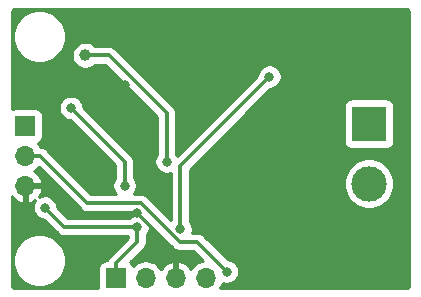
<source format=gbl>
G04 #@! TF.GenerationSoftware,KiCad,Pcbnew,(5.1.2)-1*
G04 #@! TF.CreationDate,2022-10-08T12:37:54+09:00*
G04 #@! TF.ProjectId,thamp,7468616d-702e-46b6-9963-61645f706362,v1.2*
G04 #@! TF.SameCoordinates,Original*
G04 #@! TF.FileFunction,Copper,L2,Bot*
G04 #@! TF.FilePolarity,Positive*
%FSLAX46Y46*%
G04 Gerber Fmt 4.6, Leading zero omitted, Abs format (unit mm)*
G04 Created by KiCad (PCBNEW (5.1.2)-1) date 2022-10-08 12:37:54*
%MOMM*%
%LPD*%
G04 APERTURE LIST*
%ADD10C,1.000000*%
%ADD11O,1.700000X1.700000*%
%ADD12R,1.700000X1.700000*%
%ADD13C,3.000000*%
%ADD14R,3.000000X3.000000*%
%ADD15C,0.800000*%
%ADD16C,0.300000*%
%ADD17C,0.254000*%
G04 APERTURE END LIST*
D10*
X126900000Y-104600000D03*
D11*
X137110000Y-123460000D03*
X134570000Y-123460000D03*
X132030000Y-123460000D03*
D12*
X129490000Y-123460000D03*
D13*
X150930000Y-115470000D03*
D14*
X150930000Y-110390000D03*
D11*
X121840000Y-115660000D03*
X121840000Y-113120000D03*
D12*
X121840000Y-110580000D03*
D15*
X131310300Y-117945000D03*
X147410000Y-117930000D03*
X147210000Y-112940000D03*
X140030000Y-120920000D03*
X122560000Y-107000000D03*
X139410000Y-105410000D03*
X130250000Y-107120000D03*
X148758000Y-104182000D03*
X152400000Y-122660000D03*
X131583175Y-113726256D03*
X125400000Y-111700000D03*
X131314500Y-119135200D03*
X123500000Y-117500000D03*
X138897100Y-122918000D03*
X134950600Y-119320100D03*
X142500000Y-106400000D03*
X130241100Y-115634400D03*
X125695000Y-109058900D03*
X133800000Y-113600000D03*
D16*
X134570000Y-123460000D02*
X134570000Y-122209700D01*
X131310300Y-117945000D02*
X134510000Y-121144700D01*
X134510000Y-121144700D02*
X134510000Y-122149700D01*
X134510000Y-122149700D02*
X134570000Y-122209700D01*
X123090300Y-115660000D02*
X125375300Y-117945000D01*
X125375300Y-117945000D02*
X131310300Y-117945000D01*
X121840000Y-115660000D02*
X123090300Y-115660000D01*
X147410000Y-117930000D02*
X147410000Y-113140000D01*
X147410000Y-113140000D02*
X147210000Y-112940000D01*
X130250000Y-107120000D02*
X130250000Y-112393081D01*
X130250000Y-112393081D02*
X131583175Y-113726256D01*
X129490000Y-122209700D02*
X131314500Y-120385200D01*
X131314500Y-120385200D02*
X131314500Y-119135200D01*
X129490000Y-123460000D02*
X129490000Y-122209700D01*
X125135200Y-119135200D02*
X131314500Y-119135200D01*
X123500000Y-117500000D02*
X125135200Y-119135200D01*
X123090300Y-113120000D02*
X127089200Y-117118900D01*
X127089200Y-117118900D02*
X131617700Y-117118900D01*
X131617700Y-117118900D02*
X134891500Y-120392700D01*
X134891500Y-120392700D02*
X136371800Y-120392700D01*
X136371800Y-120392700D02*
X138897100Y-122918000D01*
X121840000Y-113120000D02*
X123090300Y-113120000D01*
X142100001Y-106799999D02*
X142500000Y-106400000D01*
X134950600Y-113949400D02*
X142100001Y-106799999D01*
X134950600Y-119320100D02*
X134950600Y-113949400D01*
X125695000Y-109058900D02*
X130241100Y-113605000D01*
X130241100Y-113605000D02*
X130241100Y-115634400D01*
X127700000Y-104600000D02*
X126900000Y-104600000D01*
X128914002Y-104600000D02*
X127700000Y-104600000D01*
X133800000Y-109485998D02*
X128914002Y-104600000D01*
X133800000Y-113600000D02*
X133800000Y-109485998D01*
D17*
G36*
X126506853Y-117646710D02*
G01*
X126531436Y-117676664D01*
X126650967Y-117774762D01*
X126787340Y-117847654D01*
X126935313Y-117892542D01*
X127010226Y-117899920D01*
X127050639Y-117903900D01*
X127050644Y-117903900D01*
X127089200Y-117907697D01*
X127127756Y-117903900D01*
X131292543Y-117903900D01*
X131506821Y-118118178D01*
X131416439Y-118100200D01*
X131212561Y-118100200D01*
X131012602Y-118139974D01*
X130824244Y-118217995D01*
X130654726Y-118331263D01*
X130635789Y-118350200D01*
X125460358Y-118350200D01*
X124535000Y-117424843D01*
X124535000Y-117398061D01*
X124495226Y-117198102D01*
X124417205Y-117009744D01*
X124303937Y-116840226D01*
X124159774Y-116696063D01*
X123990256Y-116582795D01*
X123801898Y-116504774D01*
X123601939Y-116465000D01*
X123398061Y-116465000D01*
X123198102Y-116504774D01*
X123009744Y-116582795D01*
X122981099Y-116601935D01*
X123111641Y-116426920D01*
X123236825Y-116164099D01*
X123281476Y-116016890D01*
X123160155Y-115787000D01*
X121967000Y-115787000D01*
X121967000Y-116980814D01*
X122196891Y-117101481D01*
X122471252Y-117004157D01*
X122662745Y-116890090D01*
X122582795Y-117009744D01*
X122504774Y-117198102D01*
X122465000Y-117398061D01*
X122465000Y-117601939D01*
X122504774Y-117801898D01*
X122582795Y-117990256D01*
X122696063Y-118159774D01*
X122840226Y-118303937D01*
X123009744Y-118417205D01*
X123198102Y-118495226D01*
X123398061Y-118535000D01*
X123424843Y-118535000D01*
X124552858Y-119663016D01*
X124577436Y-119692964D01*
X124607384Y-119717542D01*
X124607387Y-119717545D01*
X124621758Y-119729339D01*
X124696967Y-119791062D01*
X124833340Y-119863954D01*
X124981313Y-119908841D01*
X125096639Y-119920200D01*
X125096646Y-119920200D01*
X125135199Y-119923997D01*
X125173752Y-119920200D01*
X130529500Y-119920200D01*
X130529500Y-120060043D01*
X128962185Y-121627358D01*
X128932237Y-121651936D01*
X128907659Y-121681884D01*
X128907655Y-121681888D01*
X128874690Y-121722056D01*
X128834139Y-121771467D01*
X128795177Y-121844360D01*
X128761246Y-121907841D01*
X128741805Y-121971928D01*
X128640000Y-121971928D01*
X128515518Y-121984188D01*
X128395820Y-122020498D01*
X128285506Y-122079463D01*
X128188815Y-122158815D01*
X128109463Y-122255506D01*
X128050498Y-122365820D01*
X128014188Y-122485518D01*
X128001928Y-122610000D01*
X128001928Y-124310000D01*
X128004883Y-124340000D01*
X121032279Y-124340000D01*
X120934576Y-124330420D01*
X120871643Y-124311420D01*
X120813594Y-124280554D01*
X120762657Y-124239011D01*
X120720752Y-124188356D01*
X120689485Y-124130529D01*
X120670044Y-124067728D01*
X120660000Y-123972165D01*
X120660000Y-121779872D01*
X120765000Y-121779872D01*
X120765000Y-122220128D01*
X120850890Y-122651925D01*
X121019369Y-123058669D01*
X121263962Y-123424729D01*
X121575271Y-123736038D01*
X121941331Y-123980631D01*
X122348075Y-124149110D01*
X122779872Y-124235000D01*
X123220128Y-124235000D01*
X123651925Y-124149110D01*
X124058669Y-123980631D01*
X124424729Y-123736038D01*
X124736038Y-123424729D01*
X124980631Y-123058669D01*
X125149110Y-122651925D01*
X125235000Y-122220128D01*
X125235000Y-121779872D01*
X125149110Y-121348075D01*
X124980631Y-120941331D01*
X124736038Y-120575271D01*
X124424729Y-120263962D01*
X124058669Y-120019369D01*
X123651925Y-119850890D01*
X123220128Y-119765000D01*
X122779872Y-119765000D01*
X122348075Y-119850890D01*
X121941331Y-120019369D01*
X121575271Y-120263962D01*
X121263962Y-120575271D01*
X121019369Y-120941331D01*
X120850890Y-121348075D01*
X120765000Y-121779872D01*
X120660000Y-121779872D01*
X120660000Y-116549781D01*
X120742412Y-116660269D01*
X120958645Y-116855178D01*
X121208748Y-117004157D01*
X121483109Y-117101481D01*
X121713000Y-116980814D01*
X121713000Y-115787000D01*
X121693000Y-115787000D01*
X121693000Y-115533000D01*
X121713000Y-115533000D01*
X121713000Y-115513000D01*
X121967000Y-115513000D01*
X121967000Y-115533000D01*
X123160155Y-115533000D01*
X123281476Y-115303110D01*
X123236825Y-115155901D01*
X123111641Y-114893080D01*
X122937588Y-114659731D01*
X122721355Y-114464822D01*
X122604477Y-114395201D01*
X122669014Y-114360706D01*
X122895134Y-114175134D01*
X122958304Y-114098161D01*
X126506853Y-117646710D01*
X126506853Y-117646710D01*
G37*
X126506853Y-117646710D02*
X126531436Y-117676664D01*
X126650967Y-117774762D01*
X126787340Y-117847654D01*
X126935313Y-117892542D01*
X127010226Y-117899920D01*
X127050639Y-117903900D01*
X127050644Y-117903900D01*
X127089200Y-117907697D01*
X127127756Y-117903900D01*
X131292543Y-117903900D01*
X131506821Y-118118178D01*
X131416439Y-118100200D01*
X131212561Y-118100200D01*
X131012602Y-118139974D01*
X130824244Y-118217995D01*
X130654726Y-118331263D01*
X130635789Y-118350200D01*
X125460358Y-118350200D01*
X124535000Y-117424843D01*
X124535000Y-117398061D01*
X124495226Y-117198102D01*
X124417205Y-117009744D01*
X124303937Y-116840226D01*
X124159774Y-116696063D01*
X123990256Y-116582795D01*
X123801898Y-116504774D01*
X123601939Y-116465000D01*
X123398061Y-116465000D01*
X123198102Y-116504774D01*
X123009744Y-116582795D01*
X122981099Y-116601935D01*
X123111641Y-116426920D01*
X123236825Y-116164099D01*
X123281476Y-116016890D01*
X123160155Y-115787000D01*
X121967000Y-115787000D01*
X121967000Y-116980814D01*
X122196891Y-117101481D01*
X122471252Y-117004157D01*
X122662745Y-116890090D01*
X122582795Y-117009744D01*
X122504774Y-117198102D01*
X122465000Y-117398061D01*
X122465000Y-117601939D01*
X122504774Y-117801898D01*
X122582795Y-117990256D01*
X122696063Y-118159774D01*
X122840226Y-118303937D01*
X123009744Y-118417205D01*
X123198102Y-118495226D01*
X123398061Y-118535000D01*
X123424843Y-118535000D01*
X124552858Y-119663016D01*
X124577436Y-119692964D01*
X124607384Y-119717542D01*
X124607387Y-119717545D01*
X124621758Y-119729339D01*
X124696967Y-119791062D01*
X124833340Y-119863954D01*
X124981313Y-119908841D01*
X125096639Y-119920200D01*
X125096646Y-119920200D01*
X125135199Y-119923997D01*
X125173752Y-119920200D01*
X130529500Y-119920200D01*
X130529500Y-120060043D01*
X128962185Y-121627358D01*
X128932237Y-121651936D01*
X128907659Y-121681884D01*
X128907655Y-121681888D01*
X128874690Y-121722056D01*
X128834139Y-121771467D01*
X128795177Y-121844360D01*
X128761246Y-121907841D01*
X128741805Y-121971928D01*
X128640000Y-121971928D01*
X128515518Y-121984188D01*
X128395820Y-122020498D01*
X128285506Y-122079463D01*
X128188815Y-122158815D01*
X128109463Y-122255506D01*
X128050498Y-122365820D01*
X128014188Y-122485518D01*
X128001928Y-122610000D01*
X128001928Y-124310000D01*
X128004883Y-124340000D01*
X121032279Y-124340000D01*
X120934576Y-124330420D01*
X120871643Y-124311420D01*
X120813594Y-124280554D01*
X120762657Y-124239011D01*
X120720752Y-124188356D01*
X120689485Y-124130529D01*
X120670044Y-124067728D01*
X120660000Y-123972165D01*
X120660000Y-121779872D01*
X120765000Y-121779872D01*
X120765000Y-122220128D01*
X120850890Y-122651925D01*
X121019369Y-123058669D01*
X121263962Y-123424729D01*
X121575271Y-123736038D01*
X121941331Y-123980631D01*
X122348075Y-124149110D01*
X122779872Y-124235000D01*
X123220128Y-124235000D01*
X123651925Y-124149110D01*
X124058669Y-123980631D01*
X124424729Y-123736038D01*
X124736038Y-123424729D01*
X124980631Y-123058669D01*
X125149110Y-122651925D01*
X125235000Y-122220128D01*
X125235000Y-121779872D01*
X125149110Y-121348075D01*
X124980631Y-120941331D01*
X124736038Y-120575271D01*
X124424729Y-120263962D01*
X124058669Y-120019369D01*
X123651925Y-119850890D01*
X123220128Y-119765000D01*
X122779872Y-119765000D01*
X122348075Y-119850890D01*
X121941331Y-120019369D01*
X121575271Y-120263962D01*
X121263962Y-120575271D01*
X121019369Y-120941331D01*
X120850890Y-121348075D01*
X120765000Y-121779872D01*
X120660000Y-121779872D01*
X120660000Y-116549781D01*
X120742412Y-116660269D01*
X120958645Y-116855178D01*
X121208748Y-117004157D01*
X121483109Y-117101481D01*
X121713000Y-116980814D01*
X121713000Y-115787000D01*
X121693000Y-115787000D01*
X121693000Y-115533000D01*
X121713000Y-115533000D01*
X121713000Y-115513000D01*
X121967000Y-115513000D01*
X121967000Y-115533000D01*
X123160155Y-115533000D01*
X123281476Y-115303110D01*
X123236825Y-115155901D01*
X123111641Y-114893080D01*
X122937588Y-114659731D01*
X122721355Y-114464822D01*
X122604477Y-114395201D01*
X122669014Y-114360706D01*
X122895134Y-114175134D01*
X122958304Y-114098161D01*
X126506853Y-117646710D01*
G36*
X154065424Y-100669580D02*
G01*
X154128356Y-100688580D01*
X154186405Y-100719445D01*
X154237343Y-100760989D01*
X154279248Y-100811644D01*
X154310515Y-100869471D01*
X154329956Y-100932272D01*
X154340000Y-101027835D01*
X154340001Y-123967711D01*
X154330420Y-124065424D01*
X154311420Y-124128357D01*
X154280554Y-124186406D01*
X154239011Y-124237343D01*
X154188356Y-124279248D01*
X154130529Y-124310515D01*
X154067728Y-124329956D01*
X153972165Y-124340000D01*
X138308863Y-124340000D01*
X138350706Y-124289014D01*
X138488599Y-124031034D01*
X138532246Y-123887149D01*
X138595202Y-123913226D01*
X138795161Y-123953000D01*
X138999039Y-123953000D01*
X139198998Y-123913226D01*
X139387356Y-123835205D01*
X139556874Y-123721937D01*
X139701037Y-123577774D01*
X139814305Y-123408256D01*
X139892326Y-123219898D01*
X139932100Y-123019939D01*
X139932100Y-122816061D01*
X139892326Y-122616102D01*
X139814305Y-122427744D01*
X139701037Y-122258226D01*
X139556874Y-122114063D01*
X139387356Y-122000795D01*
X139198998Y-121922774D01*
X138999039Y-121883000D01*
X138972257Y-121883000D01*
X136954147Y-119864890D01*
X136929564Y-119834936D01*
X136810033Y-119736838D01*
X136673660Y-119663946D01*
X136525687Y-119619059D01*
X136410361Y-119607700D01*
X136410353Y-119607700D01*
X136371800Y-119603903D01*
X136333247Y-119607700D01*
X135948670Y-119607700D01*
X135985600Y-119422039D01*
X135985600Y-119218161D01*
X135945826Y-119018202D01*
X135867805Y-118829844D01*
X135754537Y-118660326D01*
X135735600Y-118641389D01*
X135735600Y-115259721D01*
X148795000Y-115259721D01*
X148795000Y-115680279D01*
X148877047Y-116092756D01*
X149037988Y-116481302D01*
X149271637Y-116830983D01*
X149569017Y-117128363D01*
X149918698Y-117362012D01*
X150307244Y-117522953D01*
X150719721Y-117605000D01*
X151140279Y-117605000D01*
X151552756Y-117522953D01*
X151941302Y-117362012D01*
X152290983Y-117128363D01*
X152588363Y-116830983D01*
X152822012Y-116481302D01*
X152982953Y-116092756D01*
X153065000Y-115680279D01*
X153065000Y-115259721D01*
X152982953Y-114847244D01*
X152822012Y-114458698D01*
X152588363Y-114109017D01*
X152290983Y-113811637D01*
X151941302Y-113577988D01*
X151552756Y-113417047D01*
X151140279Y-113335000D01*
X150719721Y-113335000D01*
X150307244Y-113417047D01*
X149918698Y-113577988D01*
X149569017Y-113811637D01*
X149271637Y-114109017D01*
X149037988Y-114458698D01*
X148877047Y-114847244D01*
X148795000Y-115259721D01*
X135735600Y-115259721D01*
X135735600Y-114274557D01*
X141120157Y-108890000D01*
X148791928Y-108890000D01*
X148791928Y-111890000D01*
X148804188Y-112014482D01*
X148840498Y-112134180D01*
X148899463Y-112244494D01*
X148978815Y-112341185D01*
X149075506Y-112420537D01*
X149185820Y-112479502D01*
X149305518Y-112515812D01*
X149430000Y-112528072D01*
X152430000Y-112528072D01*
X152554482Y-112515812D01*
X152674180Y-112479502D01*
X152784494Y-112420537D01*
X152881185Y-112341185D01*
X152960537Y-112244494D01*
X153019502Y-112134180D01*
X153055812Y-112014482D01*
X153068072Y-111890000D01*
X153068072Y-108890000D01*
X153055812Y-108765518D01*
X153019502Y-108645820D01*
X152960537Y-108535506D01*
X152881185Y-108438815D01*
X152784494Y-108359463D01*
X152674180Y-108300498D01*
X152554482Y-108264188D01*
X152430000Y-108251928D01*
X149430000Y-108251928D01*
X149305518Y-108264188D01*
X149185820Y-108300498D01*
X149075506Y-108359463D01*
X148978815Y-108438815D01*
X148899463Y-108535506D01*
X148840498Y-108645820D01*
X148804188Y-108765518D01*
X148791928Y-108890000D01*
X141120157Y-108890000D01*
X142575157Y-107435000D01*
X142601939Y-107435000D01*
X142801898Y-107395226D01*
X142990256Y-107317205D01*
X143159774Y-107203937D01*
X143303937Y-107059774D01*
X143417205Y-106890256D01*
X143495226Y-106701898D01*
X143535000Y-106501939D01*
X143535000Y-106298061D01*
X143495226Y-106098102D01*
X143417205Y-105909744D01*
X143303937Y-105740226D01*
X143159774Y-105596063D01*
X142990256Y-105482795D01*
X142801898Y-105404774D01*
X142601939Y-105365000D01*
X142398061Y-105365000D01*
X142198102Y-105404774D01*
X142009744Y-105482795D01*
X141840226Y-105596063D01*
X141696063Y-105740226D01*
X141582795Y-105909744D01*
X141504774Y-106098102D01*
X141465000Y-106298061D01*
X141465000Y-106324843D01*
X134702342Y-113087501D01*
X134603937Y-112940226D01*
X134585000Y-112921289D01*
X134585000Y-109524554D01*
X134588797Y-109485998D01*
X134585000Y-109447442D01*
X134585000Y-109447437D01*
X134581020Y-109407024D01*
X134573642Y-109332111D01*
X134528754Y-109184138D01*
X134455862Y-109047765D01*
X134357764Y-108928234D01*
X134327810Y-108903651D01*
X129496349Y-104072190D01*
X129471766Y-104042236D01*
X129352235Y-103944138D01*
X129215862Y-103871246D01*
X129067889Y-103826359D01*
X128952563Y-103815000D01*
X128952555Y-103815000D01*
X128914002Y-103811203D01*
X128875449Y-103815000D01*
X127720132Y-103815000D01*
X127623520Y-103718388D01*
X127437624Y-103594176D01*
X127231067Y-103508617D01*
X127011788Y-103465000D01*
X126788212Y-103465000D01*
X126568933Y-103508617D01*
X126362376Y-103594176D01*
X126176480Y-103718388D01*
X126018388Y-103876480D01*
X125894176Y-104062376D01*
X125808617Y-104268933D01*
X125765000Y-104488212D01*
X125765000Y-104711788D01*
X125808617Y-104931067D01*
X125894176Y-105137624D01*
X126018388Y-105323520D01*
X126176480Y-105481612D01*
X126362376Y-105605824D01*
X126568933Y-105691383D01*
X126788212Y-105735000D01*
X127011788Y-105735000D01*
X127231067Y-105691383D01*
X127437624Y-105605824D01*
X127623520Y-105481612D01*
X127720132Y-105385000D01*
X128588845Y-105385000D01*
X133015001Y-109811156D01*
X133015000Y-112921289D01*
X132996063Y-112940226D01*
X132882795Y-113109744D01*
X132804774Y-113298102D01*
X132765000Y-113498061D01*
X132765000Y-113701939D01*
X132804774Y-113901898D01*
X132882795Y-114090256D01*
X132996063Y-114259774D01*
X133140226Y-114403937D01*
X133309744Y-114517205D01*
X133498102Y-114595226D01*
X133698061Y-114635000D01*
X133901939Y-114635000D01*
X134101898Y-114595226D01*
X134165601Y-114568839D01*
X134165600Y-118556643D01*
X132200045Y-116591088D01*
X132175464Y-116561136D01*
X132055933Y-116463038D01*
X131919560Y-116390146D01*
X131771587Y-116345259D01*
X131656261Y-116333900D01*
X131656253Y-116333900D01*
X131617700Y-116330103D01*
X131579147Y-116333900D01*
X131005311Y-116333900D01*
X131045037Y-116294174D01*
X131158305Y-116124656D01*
X131236326Y-115936298D01*
X131276100Y-115736339D01*
X131276100Y-115532461D01*
X131236326Y-115332502D01*
X131158305Y-115144144D01*
X131045037Y-114974626D01*
X131026100Y-114955689D01*
X131026100Y-113643552D01*
X131029897Y-113604999D01*
X131026100Y-113566446D01*
X131026100Y-113566439D01*
X131014741Y-113451113D01*
X130969854Y-113303140D01*
X130896962Y-113166767D01*
X130798864Y-113047236D01*
X130768917Y-113022659D01*
X126730000Y-108983743D01*
X126730000Y-108956961D01*
X126690226Y-108757002D01*
X126612205Y-108568644D01*
X126498937Y-108399126D01*
X126354774Y-108254963D01*
X126185256Y-108141695D01*
X125996898Y-108063674D01*
X125796939Y-108023900D01*
X125593061Y-108023900D01*
X125393102Y-108063674D01*
X125204744Y-108141695D01*
X125035226Y-108254963D01*
X124891063Y-108399126D01*
X124777795Y-108568644D01*
X124699774Y-108757002D01*
X124660000Y-108956961D01*
X124660000Y-109160839D01*
X124699774Y-109360798D01*
X124777795Y-109549156D01*
X124891063Y-109718674D01*
X125035226Y-109862837D01*
X125204744Y-109976105D01*
X125393102Y-110054126D01*
X125593061Y-110093900D01*
X125619843Y-110093900D01*
X129456100Y-113930158D01*
X129456101Y-114955688D01*
X129437163Y-114974626D01*
X129323895Y-115144144D01*
X129245874Y-115332502D01*
X129206100Y-115532461D01*
X129206100Y-115736339D01*
X129245874Y-115936298D01*
X129323895Y-116124656D01*
X129437163Y-116294174D01*
X129476889Y-116333900D01*
X127414357Y-116333900D01*
X123672647Y-112592190D01*
X123648064Y-112562236D01*
X123528533Y-112464138D01*
X123392160Y-112391246D01*
X123244187Y-112346359D01*
X123128861Y-112335000D01*
X123128853Y-112335000D01*
X123102864Y-112332440D01*
X123080706Y-112290986D01*
X122895134Y-112064866D01*
X122865313Y-112040393D01*
X122934180Y-112019502D01*
X123044494Y-111960537D01*
X123141185Y-111881185D01*
X123220537Y-111784494D01*
X123279502Y-111674180D01*
X123315812Y-111554482D01*
X123328072Y-111430000D01*
X123328072Y-109730000D01*
X123315812Y-109605518D01*
X123279502Y-109485820D01*
X123220537Y-109375506D01*
X123141185Y-109278815D01*
X123044494Y-109199463D01*
X122934180Y-109140498D01*
X122814482Y-109104188D01*
X122690000Y-109091928D01*
X120990000Y-109091928D01*
X120865518Y-109104188D01*
X120745820Y-109140498D01*
X120660000Y-109186370D01*
X120660000Y-102779872D01*
X120765000Y-102779872D01*
X120765000Y-103220128D01*
X120850890Y-103651925D01*
X121019369Y-104058669D01*
X121263962Y-104424729D01*
X121575271Y-104736038D01*
X121941331Y-104980631D01*
X122348075Y-105149110D01*
X122779872Y-105235000D01*
X123220128Y-105235000D01*
X123651925Y-105149110D01*
X124058669Y-104980631D01*
X124424729Y-104736038D01*
X124736038Y-104424729D01*
X124980631Y-104058669D01*
X125149110Y-103651925D01*
X125235000Y-103220128D01*
X125235000Y-102779872D01*
X125149110Y-102348075D01*
X124980631Y-101941331D01*
X124736038Y-101575271D01*
X124424729Y-101263962D01*
X124058669Y-101019369D01*
X123651925Y-100850890D01*
X123220128Y-100765000D01*
X122779872Y-100765000D01*
X122348075Y-100850890D01*
X121941331Y-101019369D01*
X121575271Y-101263962D01*
X121263962Y-101575271D01*
X121019369Y-101941331D01*
X120850890Y-102348075D01*
X120765000Y-102779872D01*
X120660000Y-102779872D01*
X120660000Y-101032279D01*
X120669580Y-100934576D01*
X120688580Y-100871644D01*
X120719445Y-100813595D01*
X120760989Y-100762657D01*
X120811644Y-100720752D01*
X120869471Y-100689485D01*
X120932272Y-100670044D01*
X121027835Y-100660000D01*
X153967721Y-100660000D01*
X154065424Y-100669580D01*
X154065424Y-100669580D01*
G37*
X154065424Y-100669580D02*
X154128356Y-100688580D01*
X154186405Y-100719445D01*
X154237343Y-100760989D01*
X154279248Y-100811644D01*
X154310515Y-100869471D01*
X154329956Y-100932272D01*
X154340000Y-101027835D01*
X154340001Y-123967711D01*
X154330420Y-124065424D01*
X154311420Y-124128357D01*
X154280554Y-124186406D01*
X154239011Y-124237343D01*
X154188356Y-124279248D01*
X154130529Y-124310515D01*
X154067728Y-124329956D01*
X153972165Y-124340000D01*
X138308863Y-124340000D01*
X138350706Y-124289014D01*
X138488599Y-124031034D01*
X138532246Y-123887149D01*
X138595202Y-123913226D01*
X138795161Y-123953000D01*
X138999039Y-123953000D01*
X139198998Y-123913226D01*
X139387356Y-123835205D01*
X139556874Y-123721937D01*
X139701037Y-123577774D01*
X139814305Y-123408256D01*
X139892326Y-123219898D01*
X139932100Y-123019939D01*
X139932100Y-122816061D01*
X139892326Y-122616102D01*
X139814305Y-122427744D01*
X139701037Y-122258226D01*
X139556874Y-122114063D01*
X139387356Y-122000795D01*
X139198998Y-121922774D01*
X138999039Y-121883000D01*
X138972257Y-121883000D01*
X136954147Y-119864890D01*
X136929564Y-119834936D01*
X136810033Y-119736838D01*
X136673660Y-119663946D01*
X136525687Y-119619059D01*
X136410361Y-119607700D01*
X136410353Y-119607700D01*
X136371800Y-119603903D01*
X136333247Y-119607700D01*
X135948670Y-119607700D01*
X135985600Y-119422039D01*
X135985600Y-119218161D01*
X135945826Y-119018202D01*
X135867805Y-118829844D01*
X135754537Y-118660326D01*
X135735600Y-118641389D01*
X135735600Y-115259721D01*
X148795000Y-115259721D01*
X148795000Y-115680279D01*
X148877047Y-116092756D01*
X149037988Y-116481302D01*
X149271637Y-116830983D01*
X149569017Y-117128363D01*
X149918698Y-117362012D01*
X150307244Y-117522953D01*
X150719721Y-117605000D01*
X151140279Y-117605000D01*
X151552756Y-117522953D01*
X151941302Y-117362012D01*
X152290983Y-117128363D01*
X152588363Y-116830983D01*
X152822012Y-116481302D01*
X152982953Y-116092756D01*
X153065000Y-115680279D01*
X153065000Y-115259721D01*
X152982953Y-114847244D01*
X152822012Y-114458698D01*
X152588363Y-114109017D01*
X152290983Y-113811637D01*
X151941302Y-113577988D01*
X151552756Y-113417047D01*
X151140279Y-113335000D01*
X150719721Y-113335000D01*
X150307244Y-113417047D01*
X149918698Y-113577988D01*
X149569017Y-113811637D01*
X149271637Y-114109017D01*
X149037988Y-114458698D01*
X148877047Y-114847244D01*
X148795000Y-115259721D01*
X135735600Y-115259721D01*
X135735600Y-114274557D01*
X141120157Y-108890000D01*
X148791928Y-108890000D01*
X148791928Y-111890000D01*
X148804188Y-112014482D01*
X148840498Y-112134180D01*
X148899463Y-112244494D01*
X148978815Y-112341185D01*
X149075506Y-112420537D01*
X149185820Y-112479502D01*
X149305518Y-112515812D01*
X149430000Y-112528072D01*
X152430000Y-112528072D01*
X152554482Y-112515812D01*
X152674180Y-112479502D01*
X152784494Y-112420537D01*
X152881185Y-112341185D01*
X152960537Y-112244494D01*
X153019502Y-112134180D01*
X153055812Y-112014482D01*
X153068072Y-111890000D01*
X153068072Y-108890000D01*
X153055812Y-108765518D01*
X153019502Y-108645820D01*
X152960537Y-108535506D01*
X152881185Y-108438815D01*
X152784494Y-108359463D01*
X152674180Y-108300498D01*
X152554482Y-108264188D01*
X152430000Y-108251928D01*
X149430000Y-108251928D01*
X149305518Y-108264188D01*
X149185820Y-108300498D01*
X149075506Y-108359463D01*
X148978815Y-108438815D01*
X148899463Y-108535506D01*
X148840498Y-108645820D01*
X148804188Y-108765518D01*
X148791928Y-108890000D01*
X141120157Y-108890000D01*
X142575157Y-107435000D01*
X142601939Y-107435000D01*
X142801898Y-107395226D01*
X142990256Y-107317205D01*
X143159774Y-107203937D01*
X143303937Y-107059774D01*
X143417205Y-106890256D01*
X143495226Y-106701898D01*
X143535000Y-106501939D01*
X143535000Y-106298061D01*
X143495226Y-106098102D01*
X143417205Y-105909744D01*
X143303937Y-105740226D01*
X143159774Y-105596063D01*
X142990256Y-105482795D01*
X142801898Y-105404774D01*
X142601939Y-105365000D01*
X142398061Y-105365000D01*
X142198102Y-105404774D01*
X142009744Y-105482795D01*
X141840226Y-105596063D01*
X141696063Y-105740226D01*
X141582795Y-105909744D01*
X141504774Y-106098102D01*
X141465000Y-106298061D01*
X141465000Y-106324843D01*
X134702342Y-113087501D01*
X134603937Y-112940226D01*
X134585000Y-112921289D01*
X134585000Y-109524554D01*
X134588797Y-109485998D01*
X134585000Y-109447442D01*
X134585000Y-109447437D01*
X134581020Y-109407024D01*
X134573642Y-109332111D01*
X134528754Y-109184138D01*
X134455862Y-109047765D01*
X134357764Y-108928234D01*
X134327810Y-108903651D01*
X129496349Y-104072190D01*
X129471766Y-104042236D01*
X129352235Y-103944138D01*
X129215862Y-103871246D01*
X129067889Y-103826359D01*
X128952563Y-103815000D01*
X128952555Y-103815000D01*
X128914002Y-103811203D01*
X128875449Y-103815000D01*
X127720132Y-103815000D01*
X127623520Y-103718388D01*
X127437624Y-103594176D01*
X127231067Y-103508617D01*
X127011788Y-103465000D01*
X126788212Y-103465000D01*
X126568933Y-103508617D01*
X126362376Y-103594176D01*
X126176480Y-103718388D01*
X126018388Y-103876480D01*
X125894176Y-104062376D01*
X125808617Y-104268933D01*
X125765000Y-104488212D01*
X125765000Y-104711788D01*
X125808617Y-104931067D01*
X125894176Y-105137624D01*
X126018388Y-105323520D01*
X126176480Y-105481612D01*
X126362376Y-105605824D01*
X126568933Y-105691383D01*
X126788212Y-105735000D01*
X127011788Y-105735000D01*
X127231067Y-105691383D01*
X127437624Y-105605824D01*
X127623520Y-105481612D01*
X127720132Y-105385000D01*
X128588845Y-105385000D01*
X133015001Y-109811156D01*
X133015000Y-112921289D01*
X132996063Y-112940226D01*
X132882795Y-113109744D01*
X132804774Y-113298102D01*
X132765000Y-113498061D01*
X132765000Y-113701939D01*
X132804774Y-113901898D01*
X132882795Y-114090256D01*
X132996063Y-114259774D01*
X133140226Y-114403937D01*
X133309744Y-114517205D01*
X133498102Y-114595226D01*
X133698061Y-114635000D01*
X133901939Y-114635000D01*
X134101898Y-114595226D01*
X134165601Y-114568839D01*
X134165600Y-118556643D01*
X132200045Y-116591088D01*
X132175464Y-116561136D01*
X132055933Y-116463038D01*
X131919560Y-116390146D01*
X131771587Y-116345259D01*
X131656261Y-116333900D01*
X131656253Y-116333900D01*
X131617700Y-116330103D01*
X131579147Y-116333900D01*
X131005311Y-116333900D01*
X131045037Y-116294174D01*
X131158305Y-116124656D01*
X131236326Y-115936298D01*
X131276100Y-115736339D01*
X131276100Y-115532461D01*
X131236326Y-115332502D01*
X131158305Y-115144144D01*
X131045037Y-114974626D01*
X131026100Y-114955689D01*
X131026100Y-113643552D01*
X131029897Y-113604999D01*
X131026100Y-113566446D01*
X131026100Y-113566439D01*
X131014741Y-113451113D01*
X130969854Y-113303140D01*
X130896962Y-113166767D01*
X130798864Y-113047236D01*
X130768917Y-113022659D01*
X126730000Y-108983743D01*
X126730000Y-108956961D01*
X126690226Y-108757002D01*
X126612205Y-108568644D01*
X126498937Y-108399126D01*
X126354774Y-108254963D01*
X126185256Y-108141695D01*
X125996898Y-108063674D01*
X125796939Y-108023900D01*
X125593061Y-108023900D01*
X125393102Y-108063674D01*
X125204744Y-108141695D01*
X125035226Y-108254963D01*
X124891063Y-108399126D01*
X124777795Y-108568644D01*
X124699774Y-108757002D01*
X124660000Y-108956961D01*
X124660000Y-109160839D01*
X124699774Y-109360798D01*
X124777795Y-109549156D01*
X124891063Y-109718674D01*
X125035226Y-109862837D01*
X125204744Y-109976105D01*
X125393102Y-110054126D01*
X125593061Y-110093900D01*
X125619843Y-110093900D01*
X129456100Y-113930158D01*
X129456101Y-114955688D01*
X129437163Y-114974626D01*
X129323895Y-115144144D01*
X129245874Y-115332502D01*
X129206100Y-115532461D01*
X129206100Y-115736339D01*
X129245874Y-115936298D01*
X129323895Y-116124656D01*
X129437163Y-116294174D01*
X129476889Y-116333900D01*
X127414357Y-116333900D01*
X123672647Y-112592190D01*
X123648064Y-112562236D01*
X123528533Y-112464138D01*
X123392160Y-112391246D01*
X123244187Y-112346359D01*
X123128861Y-112335000D01*
X123128853Y-112335000D01*
X123102864Y-112332440D01*
X123080706Y-112290986D01*
X122895134Y-112064866D01*
X122865313Y-112040393D01*
X122934180Y-112019502D01*
X123044494Y-111960537D01*
X123141185Y-111881185D01*
X123220537Y-111784494D01*
X123279502Y-111674180D01*
X123315812Y-111554482D01*
X123328072Y-111430000D01*
X123328072Y-109730000D01*
X123315812Y-109605518D01*
X123279502Y-109485820D01*
X123220537Y-109375506D01*
X123141185Y-109278815D01*
X123044494Y-109199463D01*
X122934180Y-109140498D01*
X122814482Y-109104188D01*
X122690000Y-109091928D01*
X120990000Y-109091928D01*
X120865518Y-109104188D01*
X120745820Y-109140498D01*
X120660000Y-109186370D01*
X120660000Y-102779872D01*
X120765000Y-102779872D01*
X120765000Y-103220128D01*
X120850890Y-103651925D01*
X121019369Y-104058669D01*
X121263962Y-104424729D01*
X121575271Y-104736038D01*
X121941331Y-104980631D01*
X122348075Y-105149110D01*
X122779872Y-105235000D01*
X123220128Y-105235000D01*
X123651925Y-105149110D01*
X124058669Y-104980631D01*
X124424729Y-104736038D01*
X124736038Y-104424729D01*
X124980631Y-104058669D01*
X125149110Y-103651925D01*
X125235000Y-103220128D01*
X125235000Y-102779872D01*
X125149110Y-102348075D01*
X124980631Y-101941331D01*
X124736038Y-101575271D01*
X124424729Y-101263962D01*
X124058669Y-101019369D01*
X123651925Y-100850890D01*
X123220128Y-100765000D01*
X122779872Y-100765000D01*
X122348075Y-100850890D01*
X121941331Y-101019369D01*
X121575271Y-101263962D01*
X121263962Y-101575271D01*
X121019369Y-101941331D01*
X120850890Y-102348075D01*
X120765000Y-102779872D01*
X120660000Y-102779872D01*
X120660000Y-101032279D01*
X120669580Y-100934576D01*
X120688580Y-100871644D01*
X120719445Y-100813595D01*
X120760989Y-100762657D01*
X120811644Y-100720752D01*
X120869471Y-100689485D01*
X120932272Y-100670044D01*
X121027835Y-100660000D01*
X153967721Y-100660000D01*
X154065424Y-100669580D01*
G36*
X134309158Y-120920516D02*
G01*
X134333736Y-120950464D01*
X134363684Y-120975042D01*
X134363687Y-120975045D01*
X134393059Y-120999150D01*
X134453267Y-121048562D01*
X134589640Y-121121454D01*
X134703172Y-121155894D01*
X134737612Y-121166341D01*
X134751990Y-121167757D01*
X134852939Y-121177700D01*
X134852946Y-121177700D01*
X134891499Y-121181497D01*
X134930052Y-121177700D01*
X136046643Y-121177700D01*
X136861257Y-121992314D01*
X136818889Y-121996487D01*
X136538966Y-122081401D01*
X136280986Y-122219294D01*
X136054866Y-122404866D01*
X135869294Y-122630986D01*
X135834799Y-122695523D01*
X135765178Y-122578645D01*
X135570269Y-122362412D01*
X135336920Y-122188359D01*
X135074099Y-122063175D01*
X134926890Y-122018524D01*
X134697000Y-122139845D01*
X134697000Y-123333000D01*
X134717000Y-123333000D01*
X134717000Y-123587000D01*
X134697000Y-123587000D01*
X134697000Y-123607000D01*
X134443000Y-123607000D01*
X134443000Y-123587000D01*
X134423000Y-123587000D01*
X134423000Y-123333000D01*
X134443000Y-123333000D01*
X134443000Y-122139845D01*
X134213110Y-122018524D01*
X134065901Y-122063175D01*
X133803080Y-122188359D01*
X133569731Y-122362412D01*
X133374822Y-122578645D01*
X133305201Y-122695523D01*
X133270706Y-122630986D01*
X133085134Y-122404866D01*
X132859014Y-122219294D01*
X132601034Y-122081401D01*
X132321111Y-121996487D01*
X132102950Y-121975000D01*
X131957050Y-121975000D01*
X131738889Y-121996487D01*
X131458966Y-122081401D01*
X131200986Y-122219294D01*
X130974866Y-122404866D01*
X130950393Y-122434687D01*
X130929502Y-122365820D01*
X130870537Y-122255506D01*
X130791185Y-122158815D01*
X130714212Y-122095645D01*
X131842311Y-120967546D01*
X131872264Y-120942964D01*
X131970362Y-120823433D01*
X132043254Y-120687060D01*
X132077165Y-120575271D01*
X132088142Y-120539087D01*
X132095520Y-120464174D01*
X132099500Y-120423761D01*
X132099500Y-120423756D01*
X132103297Y-120385200D01*
X132099500Y-120346644D01*
X132099500Y-119813911D01*
X132118437Y-119794974D01*
X132231705Y-119625456D01*
X132309726Y-119437098D01*
X132349500Y-119237139D01*
X132349500Y-119033261D01*
X132331522Y-118942880D01*
X134309158Y-120920516D01*
X134309158Y-120920516D01*
G37*
X134309158Y-120920516D02*
X134333736Y-120950464D01*
X134363684Y-120975042D01*
X134363687Y-120975045D01*
X134393059Y-120999150D01*
X134453267Y-121048562D01*
X134589640Y-121121454D01*
X134703172Y-121155894D01*
X134737612Y-121166341D01*
X134751990Y-121167757D01*
X134852939Y-121177700D01*
X134852946Y-121177700D01*
X134891499Y-121181497D01*
X134930052Y-121177700D01*
X136046643Y-121177700D01*
X136861257Y-121992314D01*
X136818889Y-121996487D01*
X136538966Y-122081401D01*
X136280986Y-122219294D01*
X136054866Y-122404866D01*
X135869294Y-122630986D01*
X135834799Y-122695523D01*
X135765178Y-122578645D01*
X135570269Y-122362412D01*
X135336920Y-122188359D01*
X135074099Y-122063175D01*
X134926890Y-122018524D01*
X134697000Y-122139845D01*
X134697000Y-123333000D01*
X134717000Y-123333000D01*
X134717000Y-123587000D01*
X134697000Y-123587000D01*
X134697000Y-123607000D01*
X134443000Y-123607000D01*
X134443000Y-123587000D01*
X134423000Y-123587000D01*
X134423000Y-123333000D01*
X134443000Y-123333000D01*
X134443000Y-122139845D01*
X134213110Y-122018524D01*
X134065901Y-122063175D01*
X133803080Y-122188359D01*
X133569731Y-122362412D01*
X133374822Y-122578645D01*
X133305201Y-122695523D01*
X133270706Y-122630986D01*
X133085134Y-122404866D01*
X132859014Y-122219294D01*
X132601034Y-122081401D01*
X132321111Y-121996487D01*
X132102950Y-121975000D01*
X131957050Y-121975000D01*
X131738889Y-121996487D01*
X131458966Y-122081401D01*
X131200986Y-122219294D01*
X130974866Y-122404866D01*
X130950393Y-122434687D01*
X130929502Y-122365820D01*
X130870537Y-122255506D01*
X130791185Y-122158815D01*
X130714212Y-122095645D01*
X131842311Y-120967546D01*
X131872264Y-120942964D01*
X131970362Y-120823433D01*
X132043254Y-120687060D01*
X132077165Y-120575271D01*
X132088142Y-120539087D01*
X132095520Y-120464174D01*
X132099500Y-120423761D01*
X132099500Y-120423756D01*
X132103297Y-120385200D01*
X132099500Y-120346644D01*
X132099500Y-119813911D01*
X132118437Y-119794974D01*
X132231705Y-119625456D01*
X132309726Y-119437098D01*
X132349500Y-119237139D01*
X132349500Y-119033261D01*
X132331522Y-118942880D01*
X134309158Y-120920516D01*
M02*

</source>
